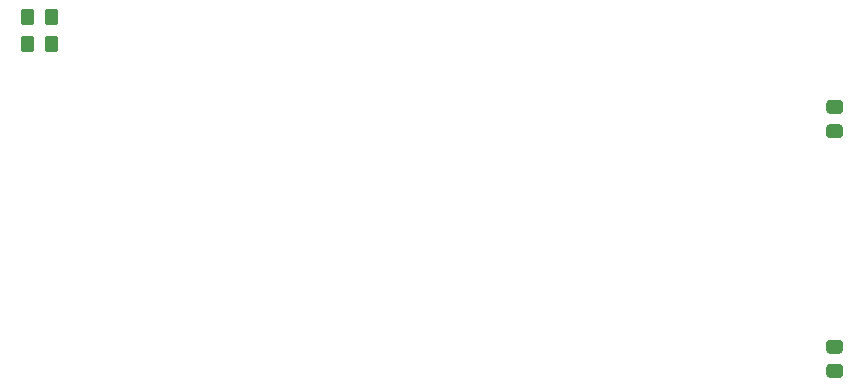
<source format=gbr>
%TF.GenerationSoftware,KiCad,Pcbnew,(5.1.6)-1*%
%TF.CreationDate,2025-05-28T07:42:33-04:00*%
%TF.ProjectId,mt32-pi-bay,6d743332-2d70-4692-9d62-61792e6b6963,rev?*%
%TF.SameCoordinates,Original*%
%TF.FileFunction,Paste,Top*%
%TF.FilePolarity,Positive*%
%FSLAX46Y46*%
G04 Gerber Fmt 4.6, Leading zero omitted, Abs format (unit mm)*
G04 Created by KiCad (PCBNEW (5.1.6)-1) date 2025-05-28 07:42:33*
%MOMM*%
%LPD*%
G01*
G04 APERTURE LIST*
G04 APERTURE END LIST*
%TO.C,D1*%
G36*
G01*
X81918500Y-75686499D02*
X81918500Y-76586501D01*
G75*
G02*
X81668501Y-76836500I-249999J0D01*
G01*
X81018499Y-76836500D01*
G75*
G02*
X80768500Y-76586501I0J249999D01*
G01*
X80768500Y-75686499D01*
G75*
G02*
X81018499Y-75436500I249999J0D01*
G01*
X81668501Y-75436500D01*
G75*
G02*
X81918500Y-75686499I0J-249999D01*
G01*
G37*
G36*
G01*
X79868500Y-75686499D02*
X79868500Y-76586501D01*
G75*
G02*
X79618501Y-76836500I-249999J0D01*
G01*
X78968499Y-76836500D01*
G75*
G02*
X78718500Y-76586501I0J249999D01*
G01*
X78718500Y-75686499D01*
G75*
G02*
X78968499Y-75436500I249999J0D01*
G01*
X79618501Y-75436500D01*
G75*
G02*
X79868500Y-75686499I0J-249999D01*
G01*
G37*
%TD*%
%TO.C,R1*%
G36*
G01*
X78718500Y-74300501D02*
X78718500Y-73400499D01*
G75*
G02*
X78968499Y-73150500I249999J0D01*
G01*
X79618501Y-73150500D01*
G75*
G02*
X79868500Y-73400499I0J-249999D01*
G01*
X79868500Y-74300501D01*
G75*
G02*
X79618501Y-74550500I-249999J0D01*
G01*
X78968499Y-74550500D01*
G75*
G02*
X78718500Y-74300501I0J249999D01*
G01*
G37*
G36*
G01*
X80768500Y-74300501D02*
X80768500Y-73400499D01*
G75*
G02*
X81018499Y-73150500I249999J0D01*
G01*
X81668501Y-73150500D01*
G75*
G02*
X81918500Y-73400499I0J-249999D01*
G01*
X81918500Y-74300501D01*
G75*
G02*
X81668501Y-74550500I-249999J0D01*
G01*
X81018499Y-74550500D01*
G75*
G02*
X80768500Y-74300501I0J249999D01*
G01*
G37*
%TD*%
%TO.C,R2*%
G36*
G01*
X147187499Y-80895500D02*
X148087501Y-80895500D01*
G75*
G02*
X148337500Y-81145499I0J-249999D01*
G01*
X148337500Y-81795501D01*
G75*
G02*
X148087501Y-82045500I-249999J0D01*
G01*
X147187499Y-82045500D01*
G75*
G02*
X146937500Y-81795501I0J249999D01*
G01*
X146937500Y-81145499D01*
G75*
G02*
X147187499Y-80895500I249999J0D01*
G01*
G37*
G36*
G01*
X147187499Y-82945500D02*
X148087501Y-82945500D01*
G75*
G02*
X148337500Y-83195499I0J-249999D01*
G01*
X148337500Y-83845501D01*
G75*
G02*
X148087501Y-84095500I-249999J0D01*
G01*
X147187499Y-84095500D01*
G75*
G02*
X146937500Y-83845501I0J249999D01*
G01*
X146937500Y-83195499D01*
G75*
G02*
X147187499Y-82945500I249999J0D01*
G01*
G37*
%TD*%
%TO.C,R3*%
G36*
G01*
X147187499Y-103247500D02*
X148087501Y-103247500D01*
G75*
G02*
X148337500Y-103497499I0J-249999D01*
G01*
X148337500Y-104147501D01*
G75*
G02*
X148087501Y-104397500I-249999J0D01*
G01*
X147187499Y-104397500D01*
G75*
G02*
X146937500Y-104147501I0J249999D01*
G01*
X146937500Y-103497499D01*
G75*
G02*
X147187499Y-103247500I249999J0D01*
G01*
G37*
G36*
G01*
X147187499Y-101197500D02*
X148087501Y-101197500D01*
G75*
G02*
X148337500Y-101447499I0J-249999D01*
G01*
X148337500Y-102097501D01*
G75*
G02*
X148087501Y-102347500I-249999J0D01*
G01*
X147187499Y-102347500D01*
G75*
G02*
X146937500Y-102097501I0J249999D01*
G01*
X146937500Y-101447499D01*
G75*
G02*
X147187499Y-101197500I249999J0D01*
G01*
G37*
%TD*%
M02*

</source>
